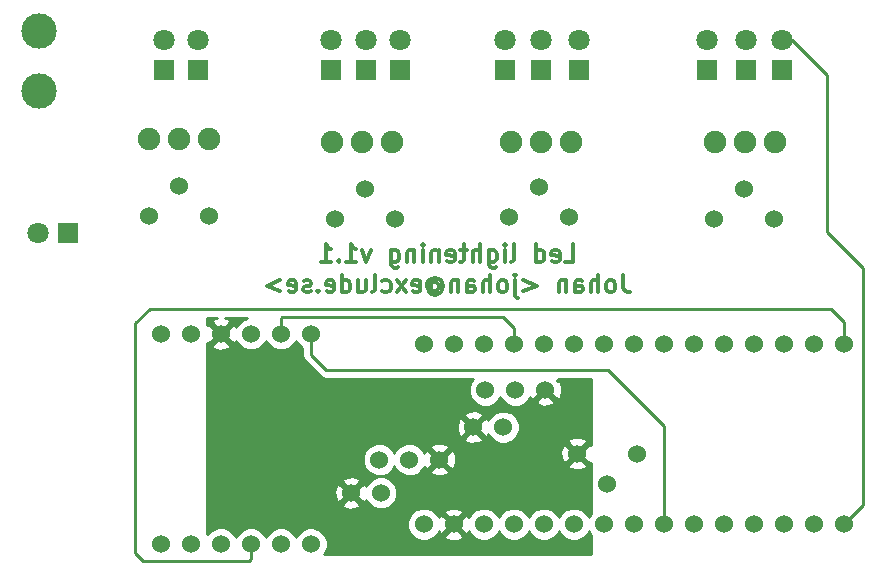
<source format=gbr>
G04 #@! TF.FileFunction,Copper,L2,Bot,Signal*
%FSLAX46Y46*%
G04 Gerber Fmt 4.6, Leading zero omitted, Abs format (unit mm)*
G04 Created by KiCad (PCBNEW 4.0.5+dfsg1-4) date Wed Oct 25 15:58:38 2017*
%MOMM*%
%LPD*%
G01*
G04 APERTURE LIST*
%ADD10C,0.100000*%
%ADD11C,0.300000*%
%ADD12C,1.800000*%
%ADD13R,1.800000X1.800000*%
%ADD14C,1.524000*%
%ADD15C,1.900000*%
%ADD16C,3.000000*%
%ADD17C,0.250000*%
%ADD18C,0.254000*%
G04 APERTURE END LIST*
D10*
D11*
X83080571Y-46647571D02*
X83794857Y-46647571D01*
X83794857Y-45147571D01*
X82009143Y-46576143D02*
X82152000Y-46647571D01*
X82437714Y-46647571D01*
X82580571Y-46576143D01*
X82652000Y-46433286D01*
X82652000Y-45861857D01*
X82580571Y-45719000D01*
X82437714Y-45647571D01*
X82152000Y-45647571D01*
X82009143Y-45719000D01*
X81937714Y-45861857D01*
X81937714Y-46004714D01*
X82652000Y-46147571D01*
X80652000Y-46647571D02*
X80652000Y-45147571D01*
X80652000Y-46576143D02*
X80794857Y-46647571D01*
X81080571Y-46647571D01*
X81223429Y-46576143D01*
X81294857Y-46504714D01*
X81366286Y-46361857D01*
X81366286Y-45933286D01*
X81294857Y-45790429D01*
X81223429Y-45719000D01*
X81080571Y-45647571D01*
X80794857Y-45647571D01*
X80652000Y-45719000D01*
X78580571Y-46647571D02*
X78723429Y-46576143D01*
X78794857Y-46433286D01*
X78794857Y-45147571D01*
X78009143Y-46647571D02*
X78009143Y-45647571D01*
X78009143Y-45147571D02*
X78080572Y-45219000D01*
X78009143Y-45290429D01*
X77937715Y-45219000D01*
X78009143Y-45147571D01*
X78009143Y-45290429D01*
X76652000Y-45647571D02*
X76652000Y-46861857D01*
X76723429Y-47004714D01*
X76794857Y-47076143D01*
X76937714Y-47147571D01*
X77152000Y-47147571D01*
X77294857Y-47076143D01*
X76652000Y-46576143D02*
X76794857Y-46647571D01*
X77080571Y-46647571D01*
X77223429Y-46576143D01*
X77294857Y-46504714D01*
X77366286Y-46361857D01*
X77366286Y-45933286D01*
X77294857Y-45790429D01*
X77223429Y-45719000D01*
X77080571Y-45647571D01*
X76794857Y-45647571D01*
X76652000Y-45719000D01*
X75937714Y-46647571D02*
X75937714Y-45147571D01*
X75294857Y-46647571D02*
X75294857Y-45861857D01*
X75366286Y-45719000D01*
X75509143Y-45647571D01*
X75723428Y-45647571D01*
X75866286Y-45719000D01*
X75937714Y-45790429D01*
X74794857Y-45647571D02*
X74223428Y-45647571D01*
X74580571Y-45147571D02*
X74580571Y-46433286D01*
X74509143Y-46576143D01*
X74366285Y-46647571D01*
X74223428Y-46647571D01*
X73152000Y-46576143D02*
X73294857Y-46647571D01*
X73580571Y-46647571D01*
X73723428Y-46576143D01*
X73794857Y-46433286D01*
X73794857Y-45861857D01*
X73723428Y-45719000D01*
X73580571Y-45647571D01*
X73294857Y-45647571D01*
X73152000Y-45719000D01*
X73080571Y-45861857D01*
X73080571Y-46004714D01*
X73794857Y-46147571D01*
X72437714Y-45647571D02*
X72437714Y-46647571D01*
X72437714Y-45790429D02*
X72366286Y-45719000D01*
X72223428Y-45647571D01*
X72009143Y-45647571D01*
X71866286Y-45719000D01*
X71794857Y-45861857D01*
X71794857Y-46647571D01*
X71080571Y-46647571D02*
X71080571Y-45647571D01*
X71080571Y-45147571D02*
X71152000Y-45219000D01*
X71080571Y-45290429D01*
X71009143Y-45219000D01*
X71080571Y-45147571D01*
X71080571Y-45290429D01*
X70366285Y-45647571D02*
X70366285Y-46647571D01*
X70366285Y-45790429D02*
X70294857Y-45719000D01*
X70151999Y-45647571D01*
X69937714Y-45647571D01*
X69794857Y-45719000D01*
X69723428Y-45861857D01*
X69723428Y-46647571D01*
X68366285Y-45647571D02*
X68366285Y-46861857D01*
X68437714Y-47004714D01*
X68509142Y-47076143D01*
X68651999Y-47147571D01*
X68866285Y-47147571D01*
X69009142Y-47076143D01*
X68366285Y-46576143D02*
X68509142Y-46647571D01*
X68794856Y-46647571D01*
X68937714Y-46576143D01*
X69009142Y-46504714D01*
X69080571Y-46361857D01*
X69080571Y-45933286D01*
X69009142Y-45790429D01*
X68937714Y-45719000D01*
X68794856Y-45647571D01*
X68509142Y-45647571D01*
X68366285Y-45719000D01*
X66651999Y-45647571D02*
X66294856Y-46647571D01*
X65937714Y-45647571D01*
X64580571Y-46647571D02*
X65437714Y-46647571D01*
X65009142Y-46647571D02*
X65009142Y-45147571D01*
X65151999Y-45361857D01*
X65294857Y-45504714D01*
X65437714Y-45576143D01*
X63937714Y-46504714D02*
X63866286Y-46576143D01*
X63937714Y-46647571D01*
X64009143Y-46576143D01*
X63937714Y-46504714D01*
X63937714Y-46647571D01*
X62437714Y-46647571D02*
X63294857Y-46647571D01*
X62866285Y-46647571D02*
X62866285Y-45147571D01*
X63009142Y-45361857D01*
X63152000Y-45504714D01*
X63294857Y-45576143D01*
X88009143Y-47697571D02*
X88009143Y-48769000D01*
X88080571Y-48983286D01*
X88223428Y-49126143D01*
X88437714Y-49197571D01*
X88580571Y-49197571D01*
X87080571Y-49197571D02*
X87223429Y-49126143D01*
X87294857Y-49054714D01*
X87366286Y-48911857D01*
X87366286Y-48483286D01*
X87294857Y-48340429D01*
X87223429Y-48269000D01*
X87080571Y-48197571D01*
X86866286Y-48197571D01*
X86723429Y-48269000D01*
X86652000Y-48340429D01*
X86580571Y-48483286D01*
X86580571Y-48911857D01*
X86652000Y-49054714D01*
X86723429Y-49126143D01*
X86866286Y-49197571D01*
X87080571Y-49197571D01*
X85937714Y-49197571D02*
X85937714Y-47697571D01*
X85294857Y-49197571D02*
X85294857Y-48411857D01*
X85366286Y-48269000D01*
X85509143Y-48197571D01*
X85723428Y-48197571D01*
X85866286Y-48269000D01*
X85937714Y-48340429D01*
X83937714Y-49197571D02*
X83937714Y-48411857D01*
X84009143Y-48269000D01*
X84152000Y-48197571D01*
X84437714Y-48197571D01*
X84580571Y-48269000D01*
X83937714Y-49126143D02*
X84080571Y-49197571D01*
X84437714Y-49197571D01*
X84580571Y-49126143D01*
X84652000Y-48983286D01*
X84652000Y-48840429D01*
X84580571Y-48697571D01*
X84437714Y-48626143D01*
X84080571Y-48626143D01*
X83937714Y-48554714D01*
X83223428Y-48197571D02*
X83223428Y-49197571D01*
X83223428Y-48340429D02*
X83152000Y-48269000D01*
X83009142Y-48197571D01*
X82794857Y-48197571D01*
X82652000Y-48269000D01*
X82580571Y-48411857D01*
X82580571Y-49197571D01*
X79580571Y-48197571D02*
X80723428Y-48626143D01*
X79580571Y-49054714D01*
X78866285Y-48197571D02*
X78866285Y-49483286D01*
X78937714Y-49626143D01*
X79080571Y-49697571D01*
X79151999Y-49697571D01*
X78866285Y-47697571D02*
X78937714Y-47769000D01*
X78866285Y-47840429D01*
X78794857Y-47769000D01*
X78866285Y-47697571D01*
X78866285Y-47840429D01*
X77937713Y-49197571D02*
X78080571Y-49126143D01*
X78151999Y-49054714D01*
X78223428Y-48911857D01*
X78223428Y-48483286D01*
X78151999Y-48340429D01*
X78080571Y-48269000D01*
X77937713Y-48197571D01*
X77723428Y-48197571D01*
X77580571Y-48269000D01*
X77509142Y-48340429D01*
X77437713Y-48483286D01*
X77437713Y-48911857D01*
X77509142Y-49054714D01*
X77580571Y-49126143D01*
X77723428Y-49197571D01*
X77937713Y-49197571D01*
X76794856Y-49197571D02*
X76794856Y-47697571D01*
X76151999Y-49197571D02*
X76151999Y-48411857D01*
X76223428Y-48269000D01*
X76366285Y-48197571D01*
X76580570Y-48197571D01*
X76723428Y-48269000D01*
X76794856Y-48340429D01*
X74794856Y-49197571D02*
X74794856Y-48411857D01*
X74866285Y-48269000D01*
X75009142Y-48197571D01*
X75294856Y-48197571D01*
X75437713Y-48269000D01*
X74794856Y-49126143D02*
X74937713Y-49197571D01*
X75294856Y-49197571D01*
X75437713Y-49126143D01*
X75509142Y-48983286D01*
X75509142Y-48840429D01*
X75437713Y-48697571D01*
X75294856Y-48626143D01*
X74937713Y-48626143D01*
X74794856Y-48554714D01*
X74080570Y-48197571D02*
X74080570Y-49197571D01*
X74080570Y-48340429D02*
X74009142Y-48269000D01*
X73866284Y-48197571D01*
X73651999Y-48197571D01*
X73509142Y-48269000D01*
X73437713Y-48411857D01*
X73437713Y-49197571D01*
X71794856Y-48483286D02*
X71866284Y-48411857D01*
X72009141Y-48340429D01*
X72151999Y-48340429D01*
X72294856Y-48411857D01*
X72366284Y-48483286D01*
X72437713Y-48626143D01*
X72437713Y-48769000D01*
X72366284Y-48911857D01*
X72294856Y-48983286D01*
X72151999Y-49054714D01*
X72009141Y-49054714D01*
X71866284Y-48983286D01*
X71794856Y-48911857D01*
X71794856Y-48340429D02*
X71794856Y-48911857D01*
X71723427Y-48983286D01*
X71651999Y-48983286D01*
X71509141Y-48911857D01*
X71437713Y-48769000D01*
X71437713Y-48411857D01*
X71580570Y-48197571D01*
X71794856Y-48054714D01*
X72080570Y-47983286D01*
X72366284Y-48054714D01*
X72580570Y-48197571D01*
X72723427Y-48411857D01*
X72794856Y-48697571D01*
X72723427Y-48983286D01*
X72580570Y-49197571D01*
X72366284Y-49340429D01*
X72080570Y-49411857D01*
X71794856Y-49340429D01*
X71580570Y-49197571D01*
X70223428Y-49126143D02*
X70366285Y-49197571D01*
X70651999Y-49197571D01*
X70794856Y-49126143D01*
X70866285Y-48983286D01*
X70866285Y-48411857D01*
X70794856Y-48269000D01*
X70651999Y-48197571D01*
X70366285Y-48197571D01*
X70223428Y-48269000D01*
X70151999Y-48411857D01*
X70151999Y-48554714D01*
X70866285Y-48697571D01*
X69651999Y-49197571D02*
X68866285Y-48197571D01*
X69651999Y-48197571D02*
X68866285Y-49197571D01*
X67651999Y-49126143D02*
X67794856Y-49197571D01*
X68080570Y-49197571D01*
X68223428Y-49126143D01*
X68294856Y-49054714D01*
X68366285Y-48911857D01*
X68366285Y-48483286D01*
X68294856Y-48340429D01*
X68223428Y-48269000D01*
X68080570Y-48197571D01*
X67794856Y-48197571D01*
X67651999Y-48269000D01*
X66794856Y-49197571D02*
X66937714Y-49126143D01*
X67009142Y-48983286D01*
X67009142Y-47697571D01*
X65580571Y-48197571D02*
X65580571Y-49197571D01*
X66223428Y-48197571D02*
X66223428Y-48983286D01*
X66152000Y-49126143D01*
X66009142Y-49197571D01*
X65794857Y-49197571D01*
X65652000Y-49126143D01*
X65580571Y-49054714D01*
X64223428Y-49197571D02*
X64223428Y-47697571D01*
X64223428Y-49126143D02*
X64366285Y-49197571D01*
X64651999Y-49197571D01*
X64794857Y-49126143D01*
X64866285Y-49054714D01*
X64937714Y-48911857D01*
X64937714Y-48483286D01*
X64866285Y-48340429D01*
X64794857Y-48269000D01*
X64651999Y-48197571D01*
X64366285Y-48197571D01*
X64223428Y-48269000D01*
X62937714Y-49126143D02*
X63080571Y-49197571D01*
X63366285Y-49197571D01*
X63509142Y-49126143D01*
X63580571Y-48983286D01*
X63580571Y-48411857D01*
X63509142Y-48269000D01*
X63366285Y-48197571D01*
X63080571Y-48197571D01*
X62937714Y-48269000D01*
X62866285Y-48411857D01*
X62866285Y-48554714D01*
X63580571Y-48697571D01*
X62223428Y-49054714D02*
X62152000Y-49126143D01*
X62223428Y-49197571D01*
X62294857Y-49126143D01*
X62223428Y-49054714D01*
X62223428Y-49197571D01*
X61580571Y-49126143D02*
X61437714Y-49197571D01*
X61151999Y-49197571D01*
X61009142Y-49126143D01*
X60937714Y-48983286D01*
X60937714Y-48911857D01*
X61009142Y-48769000D01*
X61151999Y-48697571D01*
X61366285Y-48697571D01*
X61509142Y-48626143D01*
X61580571Y-48483286D01*
X61580571Y-48411857D01*
X61509142Y-48269000D01*
X61366285Y-48197571D01*
X61151999Y-48197571D01*
X61009142Y-48269000D01*
X59723428Y-49126143D02*
X59866285Y-49197571D01*
X60151999Y-49197571D01*
X60294856Y-49126143D01*
X60366285Y-48983286D01*
X60366285Y-48411857D01*
X60294856Y-48269000D01*
X60151999Y-48197571D01*
X59866285Y-48197571D01*
X59723428Y-48269000D01*
X59651999Y-48411857D01*
X59651999Y-48554714D01*
X60366285Y-48697571D01*
X59009142Y-48197571D02*
X57866285Y-48626143D01*
X59009142Y-49054714D01*
D12*
X49184560Y-27823160D03*
D13*
X49184560Y-30363160D03*
D14*
X64993520Y-66192400D03*
X67533520Y-66192400D03*
X75341480Y-60614560D03*
X77881480Y-60614560D03*
D12*
X52003960Y-27823160D03*
D13*
X52003960Y-30363160D03*
D12*
X38531800Y-44145200D03*
D13*
X41071800Y-44145200D03*
D12*
X95158560Y-27838400D03*
D13*
X95158560Y-30378400D03*
D12*
X98470720Y-27879040D03*
D13*
X98470720Y-30419040D03*
D12*
X101518720Y-27858720D03*
D13*
X101518720Y-30398720D03*
D12*
X78044040Y-27833320D03*
D13*
X78044040Y-30373320D03*
D12*
X81122520Y-27833320D03*
D13*
X81122520Y-30373320D03*
D12*
X84338160Y-27848560D03*
D13*
X84338160Y-30388560D03*
D12*
X63322200Y-27863800D03*
D13*
X63322200Y-30403800D03*
D12*
X69174360Y-27818080D03*
D13*
X69174360Y-30358080D03*
D12*
X66248280Y-27833320D03*
D13*
X66248280Y-30373320D03*
D14*
X72476360Y-63357760D03*
X69936360Y-63357760D03*
X67396360Y-63357760D03*
X81442560Y-57475120D03*
X78902560Y-57475120D03*
X76362560Y-57475120D03*
X50424080Y-40192960D03*
X52964080Y-42732960D03*
X47884080Y-42732960D03*
X98262440Y-40487600D03*
X100802440Y-43027600D03*
X95722440Y-43027600D03*
X80883760Y-40319960D03*
X83423760Y-42859960D03*
X78343760Y-42859960D03*
X66187320Y-40487600D03*
X68727320Y-43027600D03*
X63647320Y-43027600D03*
X106720640Y-53609240D03*
X104180640Y-53609240D03*
X101640640Y-53609240D03*
X99100640Y-53609240D03*
X96560640Y-53609240D03*
X94020640Y-53609240D03*
X91480640Y-53609240D03*
X88940640Y-53609240D03*
X86400640Y-53609240D03*
X83860640Y-53609240D03*
X81320640Y-53609240D03*
X78780640Y-53609240D03*
X76240640Y-53609240D03*
X73700640Y-53609240D03*
X71160640Y-53609240D03*
X106720640Y-68849240D03*
X104180640Y-68849240D03*
X101640640Y-68849240D03*
X99100640Y-68849240D03*
X96560640Y-68849240D03*
X94020640Y-68849240D03*
X91480640Y-68849240D03*
X88940640Y-68849240D03*
X86400640Y-68849240D03*
X83860640Y-68849240D03*
X81320640Y-68849240D03*
X78780640Y-68849240D03*
X76240640Y-68849240D03*
X73700640Y-68849240D03*
X71160640Y-68849240D03*
D15*
X47889160Y-36210240D03*
X50429160Y-36210240D03*
X52969160Y-36210240D03*
D14*
X86674960Y-65405000D03*
X84134960Y-62865000D03*
X89214960Y-62865000D03*
D15*
X95834200Y-36433760D03*
X98374200Y-36433760D03*
X100914200Y-36433760D03*
D14*
X48910240Y-70500240D03*
X51450240Y-70500240D03*
X53990240Y-70500240D03*
X56530240Y-70500240D03*
X59070240Y-70500240D03*
X61610240Y-70500240D03*
X48910240Y-52720240D03*
X51450240Y-52720240D03*
X53990240Y-52720240D03*
X56530240Y-52720240D03*
X59070240Y-52720240D03*
X61610240Y-52720240D03*
D15*
X78567280Y-36489640D03*
X81107280Y-36489640D03*
X83647280Y-36489640D03*
X63423800Y-36433760D03*
X65963800Y-36433760D03*
X68503800Y-36433760D03*
D16*
X38562280Y-27076400D03*
X38562280Y-32156400D03*
D17*
X101518720Y-27858720D02*
X102306120Y-27858720D01*
X102306120Y-27858720D02*
X105272840Y-30825440D01*
X105272840Y-30825440D02*
X105272840Y-44124880D01*
X105272840Y-44124880D02*
X108320840Y-47172880D01*
X108320840Y-47172880D02*
X108320840Y-67249040D01*
X108320840Y-67249040D02*
X106720640Y-68849240D01*
X56530240Y-70500240D02*
X56530240Y-71790560D01*
X106720640Y-51689000D02*
X106720640Y-53609240D01*
X105618280Y-50586640D02*
X106720640Y-51689000D01*
X47955200Y-50586640D02*
X105618280Y-50586640D01*
X46741080Y-51800760D02*
X47955200Y-50586640D01*
X46741080Y-71292720D02*
X46741080Y-51800760D01*
X47381160Y-71932800D02*
X46741080Y-71292720D01*
X56388000Y-71932800D02*
X47381160Y-71932800D01*
X56530240Y-71790560D02*
X56388000Y-71932800D01*
X59070240Y-52720240D02*
X59070240Y-51382082D01*
X78780640Y-52181760D02*
X78780640Y-53609240D01*
X77866240Y-51267360D02*
X78780640Y-52181760D01*
X59184962Y-51267360D02*
X77866240Y-51267360D01*
X59070240Y-51382082D02*
X59184962Y-51267360D01*
X61610240Y-52720240D02*
X61610240Y-54488080D01*
X91480640Y-60492640D02*
X91480640Y-68849240D01*
X86756240Y-55768240D02*
X91480640Y-60492640D01*
X62890400Y-55768240D02*
X86756240Y-55768240D01*
X61610240Y-54488080D02*
X62890400Y-55768240D01*
D18*
G36*
X53259097Y-51497843D02*
X53189632Y-51740027D01*
X53990240Y-52540635D01*
X54790848Y-51740027D01*
X54721383Y-51497843D01*
X54297567Y-51346640D01*
X56196361Y-51346640D01*
X55739937Y-51535230D01*
X55346611Y-51927870D01*
X55266845Y-52119967D01*
X55212637Y-51989097D01*
X54970453Y-51919632D01*
X54169845Y-52720240D01*
X54970453Y-53520848D01*
X55212637Y-53451383D01*
X55262749Y-53310922D01*
X55345230Y-53510543D01*
X55737870Y-53903869D01*
X56251140Y-54116997D01*
X56806901Y-54117482D01*
X57320543Y-53905250D01*
X57713869Y-53512610D01*
X57800189Y-53304728D01*
X57885230Y-53510543D01*
X58277870Y-53903869D01*
X58791140Y-54116997D01*
X59346901Y-54117482D01*
X59860543Y-53905250D01*
X60253869Y-53512610D01*
X60340189Y-53304728D01*
X60425230Y-53510543D01*
X60817870Y-53903869D01*
X60850240Y-53917310D01*
X60850240Y-54488080D01*
X60908092Y-54778919D01*
X61072839Y-55025481D01*
X62352999Y-56305641D01*
X62599561Y-56470388D01*
X62890400Y-56528240D01*
X75333711Y-56528240D01*
X75178931Y-56682750D01*
X74965803Y-57196020D01*
X74965318Y-57751781D01*
X75177550Y-58265423D01*
X75570190Y-58658749D01*
X76083460Y-58871877D01*
X76639221Y-58872362D01*
X77152863Y-58660130D01*
X77546189Y-58267490D01*
X77632509Y-58059608D01*
X77717550Y-58265423D01*
X78110190Y-58658749D01*
X78623460Y-58871877D01*
X79179221Y-58872362D01*
X79692863Y-58660130D01*
X79898017Y-58455333D01*
X80641952Y-58455333D01*
X80711417Y-58697517D01*
X81234862Y-58884264D01*
X81789928Y-58856482D01*
X82173703Y-58697517D01*
X82243168Y-58455333D01*
X81442560Y-57654725D01*
X80641952Y-58455333D01*
X79898017Y-58455333D01*
X80086189Y-58267490D01*
X80165955Y-58075393D01*
X80220163Y-58206263D01*
X80462347Y-58275728D01*
X81262955Y-57475120D01*
X81248813Y-57460978D01*
X81428418Y-57281373D01*
X81442560Y-57295515D01*
X81456703Y-57281373D01*
X81636308Y-57460978D01*
X81622165Y-57475120D01*
X82422773Y-58275728D01*
X82664957Y-58206263D01*
X82851704Y-57682818D01*
X82823922Y-57127752D01*
X82664957Y-56743977D01*
X82422775Y-56674513D01*
X82537786Y-56559502D01*
X82506524Y-56528240D01*
X85293200Y-56528240D01*
X85293200Y-62115455D01*
X85115173Y-62064392D01*
X84314565Y-62865000D01*
X85115173Y-63665608D01*
X85293200Y-63614545D01*
X85293200Y-65089783D01*
X85278203Y-65125900D01*
X85277718Y-65681661D01*
X85293200Y-65719130D01*
X85293200Y-67980814D01*
X85217011Y-68056870D01*
X85130691Y-68264752D01*
X85045650Y-68058937D01*
X84653010Y-67665611D01*
X84139740Y-67452483D01*
X83583979Y-67451998D01*
X83070337Y-67664230D01*
X82677011Y-68056870D01*
X82590691Y-68264752D01*
X82505650Y-68058937D01*
X82113010Y-67665611D01*
X81599740Y-67452483D01*
X81043979Y-67451998D01*
X80530337Y-67664230D01*
X80137011Y-68056870D01*
X80050691Y-68264752D01*
X79965650Y-68058937D01*
X79573010Y-67665611D01*
X79059740Y-67452483D01*
X78503979Y-67451998D01*
X77990337Y-67664230D01*
X77597011Y-68056870D01*
X77510691Y-68264752D01*
X77425650Y-68058937D01*
X77033010Y-67665611D01*
X76519740Y-67452483D01*
X75963979Y-67451998D01*
X75450337Y-67664230D01*
X75057011Y-68056870D01*
X74977245Y-68248967D01*
X74923037Y-68118097D01*
X74680853Y-68048632D01*
X73880245Y-68849240D01*
X74680853Y-69649848D01*
X74923037Y-69580383D01*
X74973149Y-69439922D01*
X75055630Y-69639543D01*
X75448270Y-70032869D01*
X75961540Y-70245997D01*
X76517301Y-70246482D01*
X77030943Y-70034250D01*
X77424269Y-69641610D01*
X77510589Y-69433728D01*
X77595630Y-69639543D01*
X77988270Y-70032869D01*
X78501540Y-70245997D01*
X79057301Y-70246482D01*
X79570943Y-70034250D01*
X79964269Y-69641610D01*
X80050589Y-69433728D01*
X80135630Y-69639543D01*
X80528270Y-70032869D01*
X81041540Y-70245997D01*
X81597301Y-70246482D01*
X82110943Y-70034250D01*
X82504269Y-69641610D01*
X82590589Y-69433728D01*
X82675630Y-69639543D01*
X83068270Y-70032869D01*
X83581540Y-70245997D01*
X84137301Y-70246482D01*
X84650943Y-70034250D01*
X85044269Y-69641610D01*
X85130589Y-69433728D01*
X85215630Y-69639543D01*
X85293200Y-69717249D01*
X85293200Y-71389240D01*
X62697070Y-71389240D01*
X62793869Y-71292610D01*
X63006997Y-70779340D01*
X63007482Y-70223579D01*
X62795250Y-69709937D01*
X62402610Y-69316611D01*
X61943329Y-69125901D01*
X69763398Y-69125901D01*
X69975630Y-69639543D01*
X70368270Y-70032869D01*
X70881540Y-70245997D01*
X71437301Y-70246482D01*
X71950943Y-70034250D01*
X72156097Y-69829453D01*
X72900032Y-69829453D01*
X72969497Y-70071637D01*
X73492942Y-70258384D01*
X74048008Y-70230602D01*
X74431783Y-70071637D01*
X74501248Y-69829453D01*
X73700640Y-69028845D01*
X72900032Y-69829453D01*
X72156097Y-69829453D01*
X72344269Y-69641610D01*
X72424035Y-69449513D01*
X72478243Y-69580383D01*
X72720427Y-69649848D01*
X73521035Y-68849240D01*
X72720427Y-68048632D01*
X72478243Y-68118097D01*
X72428131Y-68258558D01*
X72345650Y-68058937D01*
X72156072Y-67869027D01*
X72900032Y-67869027D01*
X73700640Y-68669635D01*
X74501248Y-67869027D01*
X74431783Y-67626843D01*
X73908338Y-67440096D01*
X73353272Y-67467878D01*
X72969497Y-67626843D01*
X72900032Y-67869027D01*
X72156072Y-67869027D01*
X71953010Y-67665611D01*
X71439740Y-67452483D01*
X70883979Y-67451998D01*
X70370337Y-67664230D01*
X69977011Y-68056870D01*
X69763883Y-68570140D01*
X69763398Y-69125901D01*
X61943329Y-69125901D01*
X61889340Y-69103483D01*
X61333579Y-69102998D01*
X60819937Y-69315230D01*
X60426611Y-69707870D01*
X60340291Y-69915752D01*
X60255250Y-69709937D01*
X59862610Y-69316611D01*
X59349340Y-69103483D01*
X58793579Y-69102998D01*
X58279937Y-69315230D01*
X57886611Y-69707870D01*
X57800291Y-69915752D01*
X57715250Y-69709937D01*
X57322610Y-69316611D01*
X56809340Y-69103483D01*
X56253579Y-69102998D01*
X55739937Y-69315230D01*
X55346611Y-69707870D01*
X55260291Y-69915752D01*
X55175250Y-69709937D01*
X54782610Y-69316611D01*
X54269340Y-69103483D01*
X53713579Y-69102998D01*
X53199937Y-69315230D01*
X52821840Y-69692668D01*
X52821840Y-67172613D01*
X64192912Y-67172613D01*
X64262377Y-67414797D01*
X64785822Y-67601544D01*
X65340888Y-67573762D01*
X65724663Y-67414797D01*
X65794128Y-67172613D01*
X64993520Y-66372005D01*
X64192912Y-67172613D01*
X52821840Y-67172613D01*
X52821840Y-65984702D01*
X63584376Y-65984702D01*
X63612158Y-66539768D01*
X63771123Y-66923543D01*
X64013307Y-66993008D01*
X64813915Y-66192400D01*
X65173125Y-66192400D01*
X65973733Y-66993008D01*
X66215917Y-66923543D01*
X66266029Y-66783082D01*
X66348510Y-66982703D01*
X66741150Y-67376029D01*
X67254420Y-67589157D01*
X67810181Y-67589642D01*
X68323823Y-67377410D01*
X68717149Y-66984770D01*
X68930277Y-66471500D01*
X68930762Y-65915739D01*
X68718530Y-65402097D01*
X68325890Y-65008771D01*
X67812620Y-64795643D01*
X67256859Y-64795158D01*
X66743217Y-65007390D01*
X66349891Y-65400030D01*
X66270125Y-65592127D01*
X66215917Y-65461257D01*
X65973733Y-65391792D01*
X65173125Y-66192400D01*
X64813915Y-66192400D01*
X64013307Y-65391792D01*
X63771123Y-65461257D01*
X63584376Y-65984702D01*
X52821840Y-65984702D01*
X52821840Y-65212187D01*
X64192912Y-65212187D01*
X64993520Y-66012795D01*
X65794128Y-65212187D01*
X65724663Y-64970003D01*
X65201218Y-64783256D01*
X64646152Y-64811038D01*
X64262377Y-64970003D01*
X64192912Y-65212187D01*
X52821840Y-65212187D01*
X52821840Y-63634421D01*
X65999118Y-63634421D01*
X66211350Y-64148063D01*
X66603990Y-64541389D01*
X67117260Y-64754517D01*
X67673021Y-64755002D01*
X68186663Y-64542770D01*
X68579989Y-64150130D01*
X68666309Y-63942248D01*
X68751350Y-64148063D01*
X69143990Y-64541389D01*
X69657260Y-64754517D01*
X70213021Y-64755002D01*
X70726663Y-64542770D01*
X70931817Y-64337973D01*
X71675752Y-64337973D01*
X71745217Y-64580157D01*
X72268662Y-64766904D01*
X72823728Y-64739122D01*
X73207503Y-64580157D01*
X73276968Y-64337973D01*
X72476360Y-63537365D01*
X71675752Y-64337973D01*
X70931817Y-64337973D01*
X71119989Y-64150130D01*
X71199755Y-63958033D01*
X71253963Y-64088903D01*
X71496147Y-64158368D01*
X72296755Y-63357760D01*
X72655965Y-63357760D01*
X73456573Y-64158368D01*
X73698757Y-64088903D01*
X73785697Y-63845213D01*
X83334352Y-63845213D01*
X83403817Y-64087397D01*
X83927262Y-64274144D01*
X84482328Y-64246362D01*
X84866103Y-64087397D01*
X84935568Y-63845213D01*
X84134960Y-63044605D01*
X83334352Y-63845213D01*
X73785697Y-63845213D01*
X73885504Y-63565458D01*
X73857722Y-63010392D01*
X73711468Y-62657302D01*
X82725816Y-62657302D01*
X82753598Y-63212368D01*
X82912563Y-63596143D01*
X83154747Y-63665608D01*
X83955355Y-62865000D01*
X83154747Y-62064392D01*
X82912563Y-62133857D01*
X82725816Y-62657302D01*
X73711468Y-62657302D01*
X73698757Y-62626617D01*
X73456573Y-62557152D01*
X72655965Y-63357760D01*
X72296755Y-63357760D01*
X71496147Y-62557152D01*
X71253963Y-62626617D01*
X71203851Y-62767078D01*
X71121370Y-62567457D01*
X70931792Y-62377547D01*
X71675752Y-62377547D01*
X72476360Y-63178155D01*
X73276968Y-62377547D01*
X73207503Y-62135363D01*
X72684058Y-61948616D01*
X72128992Y-61976398D01*
X71745217Y-62135363D01*
X71675752Y-62377547D01*
X70931792Y-62377547D01*
X70728730Y-62174131D01*
X70215460Y-61961003D01*
X69659699Y-61960518D01*
X69146057Y-62172750D01*
X68752731Y-62565390D01*
X68666411Y-62773272D01*
X68581370Y-62567457D01*
X68188730Y-62174131D01*
X67675460Y-61961003D01*
X67119699Y-61960518D01*
X66606057Y-62172750D01*
X66212731Y-62565390D01*
X65999603Y-63078660D01*
X65999118Y-63634421D01*
X52821840Y-63634421D01*
X52821840Y-61594773D01*
X74540872Y-61594773D01*
X74610337Y-61836957D01*
X75133782Y-62023704D01*
X75688848Y-61995922D01*
X76072623Y-61836957D01*
X76142088Y-61594773D01*
X75341480Y-60794165D01*
X74540872Y-61594773D01*
X52821840Y-61594773D01*
X52821840Y-60406862D01*
X73932336Y-60406862D01*
X73960118Y-60961928D01*
X74119083Y-61345703D01*
X74361267Y-61415168D01*
X75161875Y-60614560D01*
X75521085Y-60614560D01*
X76321693Y-61415168D01*
X76563877Y-61345703D01*
X76613989Y-61205242D01*
X76696470Y-61404863D01*
X77089110Y-61798189D01*
X77602380Y-62011317D01*
X78158141Y-62011802D01*
X78465541Y-61884787D01*
X83334352Y-61884787D01*
X84134960Y-62685395D01*
X84935568Y-61884787D01*
X84866103Y-61642603D01*
X84342658Y-61455856D01*
X83787592Y-61483638D01*
X83403817Y-61642603D01*
X83334352Y-61884787D01*
X78465541Y-61884787D01*
X78671783Y-61799570D01*
X79065109Y-61406930D01*
X79278237Y-60893660D01*
X79278722Y-60337899D01*
X79066490Y-59824257D01*
X78673850Y-59430931D01*
X78160580Y-59217803D01*
X77604819Y-59217318D01*
X77091177Y-59429550D01*
X76697851Y-59822190D01*
X76618085Y-60014287D01*
X76563877Y-59883417D01*
X76321693Y-59813952D01*
X75521085Y-60614560D01*
X75161875Y-60614560D01*
X74361267Y-59813952D01*
X74119083Y-59883417D01*
X73932336Y-60406862D01*
X52821840Y-60406862D01*
X52821840Y-59634347D01*
X74540872Y-59634347D01*
X75341480Y-60434955D01*
X76142088Y-59634347D01*
X76072623Y-59392163D01*
X75549178Y-59205416D01*
X74994112Y-59233198D01*
X74610337Y-59392163D01*
X74540872Y-59634347D01*
X52821840Y-59634347D01*
X52821840Y-53700453D01*
X53189632Y-53700453D01*
X53259097Y-53942637D01*
X53782542Y-54129384D01*
X54337608Y-54101602D01*
X54721383Y-53942637D01*
X54790848Y-53700453D01*
X53990240Y-52899845D01*
X53189632Y-53700453D01*
X52821840Y-53700453D01*
X52821840Y-53466871D01*
X53010027Y-53520848D01*
X53810635Y-52720240D01*
X53010027Y-51919632D01*
X52821840Y-51973609D01*
X52821840Y-51346640D01*
X53624133Y-51346640D01*
X53259097Y-51497843D01*
X53259097Y-51497843D01*
G37*
X53259097Y-51497843D02*
X53189632Y-51740027D01*
X53990240Y-52540635D01*
X54790848Y-51740027D01*
X54721383Y-51497843D01*
X54297567Y-51346640D01*
X56196361Y-51346640D01*
X55739937Y-51535230D01*
X55346611Y-51927870D01*
X55266845Y-52119967D01*
X55212637Y-51989097D01*
X54970453Y-51919632D01*
X54169845Y-52720240D01*
X54970453Y-53520848D01*
X55212637Y-53451383D01*
X55262749Y-53310922D01*
X55345230Y-53510543D01*
X55737870Y-53903869D01*
X56251140Y-54116997D01*
X56806901Y-54117482D01*
X57320543Y-53905250D01*
X57713869Y-53512610D01*
X57800189Y-53304728D01*
X57885230Y-53510543D01*
X58277870Y-53903869D01*
X58791140Y-54116997D01*
X59346901Y-54117482D01*
X59860543Y-53905250D01*
X60253869Y-53512610D01*
X60340189Y-53304728D01*
X60425230Y-53510543D01*
X60817870Y-53903869D01*
X60850240Y-53917310D01*
X60850240Y-54488080D01*
X60908092Y-54778919D01*
X61072839Y-55025481D01*
X62352999Y-56305641D01*
X62599561Y-56470388D01*
X62890400Y-56528240D01*
X75333711Y-56528240D01*
X75178931Y-56682750D01*
X74965803Y-57196020D01*
X74965318Y-57751781D01*
X75177550Y-58265423D01*
X75570190Y-58658749D01*
X76083460Y-58871877D01*
X76639221Y-58872362D01*
X77152863Y-58660130D01*
X77546189Y-58267490D01*
X77632509Y-58059608D01*
X77717550Y-58265423D01*
X78110190Y-58658749D01*
X78623460Y-58871877D01*
X79179221Y-58872362D01*
X79692863Y-58660130D01*
X79898017Y-58455333D01*
X80641952Y-58455333D01*
X80711417Y-58697517D01*
X81234862Y-58884264D01*
X81789928Y-58856482D01*
X82173703Y-58697517D01*
X82243168Y-58455333D01*
X81442560Y-57654725D01*
X80641952Y-58455333D01*
X79898017Y-58455333D01*
X80086189Y-58267490D01*
X80165955Y-58075393D01*
X80220163Y-58206263D01*
X80462347Y-58275728D01*
X81262955Y-57475120D01*
X81248813Y-57460978D01*
X81428418Y-57281373D01*
X81442560Y-57295515D01*
X81456703Y-57281373D01*
X81636308Y-57460978D01*
X81622165Y-57475120D01*
X82422773Y-58275728D01*
X82664957Y-58206263D01*
X82851704Y-57682818D01*
X82823922Y-57127752D01*
X82664957Y-56743977D01*
X82422775Y-56674513D01*
X82537786Y-56559502D01*
X82506524Y-56528240D01*
X85293200Y-56528240D01*
X85293200Y-62115455D01*
X85115173Y-62064392D01*
X84314565Y-62865000D01*
X85115173Y-63665608D01*
X85293200Y-63614545D01*
X85293200Y-65089783D01*
X85278203Y-65125900D01*
X85277718Y-65681661D01*
X85293200Y-65719130D01*
X85293200Y-67980814D01*
X85217011Y-68056870D01*
X85130691Y-68264752D01*
X85045650Y-68058937D01*
X84653010Y-67665611D01*
X84139740Y-67452483D01*
X83583979Y-67451998D01*
X83070337Y-67664230D01*
X82677011Y-68056870D01*
X82590691Y-68264752D01*
X82505650Y-68058937D01*
X82113010Y-67665611D01*
X81599740Y-67452483D01*
X81043979Y-67451998D01*
X80530337Y-67664230D01*
X80137011Y-68056870D01*
X80050691Y-68264752D01*
X79965650Y-68058937D01*
X79573010Y-67665611D01*
X79059740Y-67452483D01*
X78503979Y-67451998D01*
X77990337Y-67664230D01*
X77597011Y-68056870D01*
X77510691Y-68264752D01*
X77425650Y-68058937D01*
X77033010Y-67665611D01*
X76519740Y-67452483D01*
X75963979Y-67451998D01*
X75450337Y-67664230D01*
X75057011Y-68056870D01*
X74977245Y-68248967D01*
X74923037Y-68118097D01*
X74680853Y-68048632D01*
X73880245Y-68849240D01*
X74680853Y-69649848D01*
X74923037Y-69580383D01*
X74973149Y-69439922D01*
X75055630Y-69639543D01*
X75448270Y-70032869D01*
X75961540Y-70245997D01*
X76517301Y-70246482D01*
X77030943Y-70034250D01*
X77424269Y-69641610D01*
X77510589Y-69433728D01*
X77595630Y-69639543D01*
X77988270Y-70032869D01*
X78501540Y-70245997D01*
X79057301Y-70246482D01*
X79570943Y-70034250D01*
X79964269Y-69641610D01*
X80050589Y-69433728D01*
X80135630Y-69639543D01*
X80528270Y-70032869D01*
X81041540Y-70245997D01*
X81597301Y-70246482D01*
X82110943Y-70034250D01*
X82504269Y-69641610D01*
X82590589Y-69433728D01*
X82675630Y-69639543D01*
X83068270Y-70032869D01*
X83581540Y-70245997D01*
X84137301Y-70246482D01*
X84650943Y-70034250D01*
X85044269Y-69641610D01*
X85130589Y-69433728D01*
X85215630Y-69639543D01*
X85293200Y-69717249D01*
X85293200Y-71389240D01*
X62697070Y-71389240D01*
X62793869Y-71292610D01*
X63006997Y-70779340D01*
X63007482Y-70223579D01*
X62795250Y-69709937D01*
X62402610Y-69316611D01*
X61943329Y-69125901D01*
X69763398Y-69125901D01*
X69975630Y-69639543D01*
X70368270Y-70032869D01*
X70881540Y-70245997D01*
X71437301Y-70246482D01*
X71950943Y-70034250D01*
X72156097Y-69829453D01*
X72900032Y-69829453D01*
X72969497Y-70071637D01*
X73492942Y-70258384D01*
X74048008Y-70230602D01*
X74431783Y-70071637D01*
X74501248Y-69829453D01*
X73700640Y-69028845D01*
X72900032Y-69829453D01*
X72156097Y-69829453D01*
X72344269Y-69641610D01*
X72424035Y-69449513D01*
X72478243Y-69580383D01*
X72720427Y-69649848D01*
X73521035Y-68849240D01*
X72720427Y-68048632D01*
X72478243Y-68118097D01*
X72428131Y-68258558D01*
X72345650Y-68058937D01*
X72156072Y-67869027D01*
X72900032Y-67869027D01*
X73700640Y-68669635D01*
X74501248Y-67869027D01*
X74431783Y-67626843D01*
X73908338Y-67440096D01*
X73353272Y-67467878D01*
X72969497Y-67626843D01*
X72900032Y-67869027D01*
X72156072Y-67869027D01*
X71953010Y-67665611D01*
X71439740Y-67452483D01*
X70883979Y-67451998D01*
X70370337Y-67664230D01*
X69977011Y-68056870D01*
X69763883Y-68570140D01*
X69763398Y-69125901D01*
X61943329Y-69125901D01*
X61889340Y-69103483D01*
X61333579Y-69102998D01*
X60819937Y-69315230D01*
X60426611Y-69707870D01*
X60340291Y-69915752D01*
X60255250Y-69709937D01*
X59862610Y-69316611D01*
X59349340Y-69103483D01*
X58793579Y-69102998D01*
X58279937Y-69315230D01*
X57886611Y-69707870D01*
X57800291Y-69915752D01*
X57715250Y-69709937D01*
X57322610Y-69316611D01*
X56809340Y-69103483D01*
X56253579Y-69102998D01*
X55739937Y-69315230D01*
X55346611Y-69707870D01*
X55260291Y-69915752D01*
X55175250Y-69709937D01*
X54782610Y-69316611D01*
X54269340Y-69103483D01*
X53713579Y-69102998D01*
X53199937Y-69315230D01*
X52821840Y-69692668D01*
X52821840Y-67172613D01*
X64192912Y-67172613D01*
X64262377Y-67414797D01*
X64785822Y-67601544D01*
X65340888Y-67573762D01*
X65724663Y-67414797D01*
X65794128Y-67172613D01*
X64993520Y-66372005D01*
X64192912Y-67172613D01*
X52821840Y-67172613D01*
X52821840Y-65984702D01*
X63584376Y-65984702D01*
X63612158Y-66539768D01*
X63771123Y-66923543D01*
X64013307Y-66993008D01*
X64813915Y-66192400D01*
X65173125Y-66192400D01*
X65973733Y-66993008D01*
X66215917Y-66923543D01*
X66266029Y-66783082D01*
X66348510Y-66982703D01*
X66741150Y-67376029D01*
X67254420Y-67589157D01*
X67810181Y-67589642D01*
X68323823Y-67377410D01*
X68717149Y-66984770D01*
X68930277Y-66471500D01*
X68930762Y-65915739D01*
X68718530Y-65402097D01*
X68325890Y-65008771D01*
X67812620Y-64795643D01*
X67256859Y-64795158D01*
X66743217Y-65007390D01*
X66349891Y-65400030D01*
X66270125Y-65592127D01*
X66215917Y-65461257D01*
X65973733Y-65391792D01*
X65173125Y-66192400D01*
X64813915Y-66192400D01*
X64013307Y-65391792D01*
X63771123Y-65461257D01*
X63584376Y-65984702D01*
X52821840Y-65984702D01*
X52821840Y-65212187D01*
X64192912Y-65212187D01*
X64993520Y-66012795D01*
X65794128Y-65212187D01*
X65724663Y-64970003D01*
X65201218Y-64783256D01*
X64646152Y-64811038D01*
X64262377Y-64970003D01*
X64192912Y-65212187D01*
X52821840Y-65212187D01*
X52821840Y-63634421D01*
X65999118Y-63634421D01*
X66211350Y-64148063D01*
X66603990Y-64541389D01*
X67117260Y-64754517D01*
X67673021Y-64755002D01*
X68186663Y-64542770D01*
X68579989Y-64150130D01*
X68666309Y-63942248D01*
X68751350Y-64148063D01*
X69143990Y-64541389D01*
X69657260Y-64754517D01*
X70213021Y-64755002D01*
X70726663Y-64542770D01*
X70931817Y-64337973D01*
X71675752Y-64337973D01*
X71745217Y-64580157D01*
X72268662Y-64766904D01*
X72823728Y-64739122D01*
X73207503Y-64580157D01*
X73276968Y-64337973D01*
X72476360Y-63537365D01*
X71675752Y-64337973D01*
X70931817Y-64337973D01*
X71119989Y-64150130D01*
X71199755Y-63958033D01*
X71253963Y-64088903D01*
X71496147Y-64158368D01*
X72296755Y-63357760D01*
X72655965Y-63357760D01*
X73456573Y-64158368D01*
X73698757Y-64088903D01*
X73785697Y-63845213D01*
X83334352Y-63845213D01*
X83403817Y-64087397D01*
X83927262Y-64274144D01*
X84482328Y-64246362D01*
X84866103Y-64087397D01*
X84935568Y-63845213D01*
X84134960Y-63044605D01*
X83334352Y-63845213D01*
X73785697Y-63845213D01*
X73885504Y-63565458D01*
X73857722Y-63010392D01*
X73711468Y-62657302D01*
X82725816Y-62657302D01*
X82753598Y-63212368D01*
X82912563Y-63596143D01*
X83154747Y-63665608D01*
X83955355Y-62865000D01*
X83154747Y-62064392D01*
X82912563Y-62133857D01*
X82725816Y-62657302D01*
X73711468Y-62657302D01*
X73698757Y-62626617D01*
X73456573Y-62557152D01*
X72655965Y-63357760D01*
X72296755Y-63357760D01*
X71496147Y-62557152D01*
X71253963Y-62626617D01*
X71203851Y-62767078D01*
X71121370Y-62567457D01*
X70931792Y-62377547D01*
X71675752Y-62377547D01*
X72476360Y-63178155D01*
X73276968Y-62377547D01*
X73207503Y-62135363D01*
X72684058Y-61948616D01*
X72128992Y-61976398D01*
X71745217Y-62135363D01*
X71675752Y-62377547D01*
X70931792Y-62377547D01*
X70728730Y-62174131D01*
X70215460Y-61961003D01*
X69659699Y-61960518D01*
X69146057Y-62172750D01*
X68752731Y-62565390D01*
X68666411Y-62773272D01*
X68581370Y-62567457D01*
X68188730Y-62174131D01*
X67675460Y-61961003D01*
X67119699Y-61960518D01*
X66606057Y-62172750D01*
X66212731Y-62565390D01*
X65999603Y-63078660D01*
X65999118Y-63634421D01*
X52821840Y-63634421D01*
X52821840Y-61594773D01*
X74540872Y-61594773D01*
X74610337Y-61836957D01*
X75133782Y-62023704D01*
X75688848Y-61995922D01*
X76072623Y-61836957D01*
X76142088Y-61594773D01*
X75341480Y-60794165D01*
X74540872Y-61594773D01*
X52821840Y-61594773D01*
X52821840Y-60406862D01*
X73932336Y-60406862D01*
X73960118Y-60961928D01*
X74119083Y-61345703D01*
X74361267Y-61415168D01*
X75161875Y-60614560D01*
X75521085Y-60614560D01*
X76321693Y-61415168D01*
X76563877Y-61345703D01*
X76613989Y-61205242D01*
X76696470Y-61404863D01*
X77089110Y-61798189D01*
X77602380Y-62011317D01*
X78158141Y-62011802D01*
X78465541Y-61884787D01*
X83334352Y-61884787D01*
X84134960Y-62685395D01*
X84935568Y-61884787D01*
X84866103Y-61642603D01*
X84342658Y-61455856D01*
X83787592Y-61483638D01*
X83403817Y-61642603D01*
X83334352Y-61884787D01*
X78465541Y-61884787D01*
X78671783Y-61799570D01*
X79065109Y-61406930D01*
X79278237Y-60893660D01*
X79278722Y-60337899D01*
X79066490Y-59824257D01*
X78673850Y-59430931D01*
X78160580Y-59217803D01*
X77604819Y-59217318D01*
X77091177Y-59429550D01*
X76697851Y-59822190D01*
X76618085Y-60014287D01*
X76563877Y-59883417D01*
X76321693Y-59813952D01*
X75521085Y-60614560D01*
X75161875Y-60614560D01*
X74361267Y-59813952D01*
X74119083Y-59883417D01*
X73932336Y-60406862D01*
X52821840Y-60406862D01*
X52821840Y-59634347D01*
X74540872Y-59634347D01*
X75341480Y-60434955D01*
X76142088Y-59634347D01*
X76072623Y-59392163D01*
X75549178Y-59205416D01*
X74994112Y-59233198D01*
X74610337Y-59392163D01*
X74540872Y-59634347D01*
X52821840Y-59634347D01*
X52821840Y-53700453D01*
X53189632Y-53700453D01*
X53259097Y-53942637D01*
X53782542Y-54129384D01*
X54337608Y-54101602D01*
X54721383Y-53942637D01*
X54790848Y-53700453D01*
X53990240Y-52899845D01*
X53189632Y-53700453D01*
X52821840Y-53700453D01*
X52821840Y-53466871D01*
X53010027Y-53520848D01*
X53810635Y-52720240D01*
X53010027Y-51919632D01*
X52821840Y-51973609D01*
X52821840Y-51346640D01*
X53624133Y-51346640D01*
X53259097Y-51497843D01*
M02*

</source>
